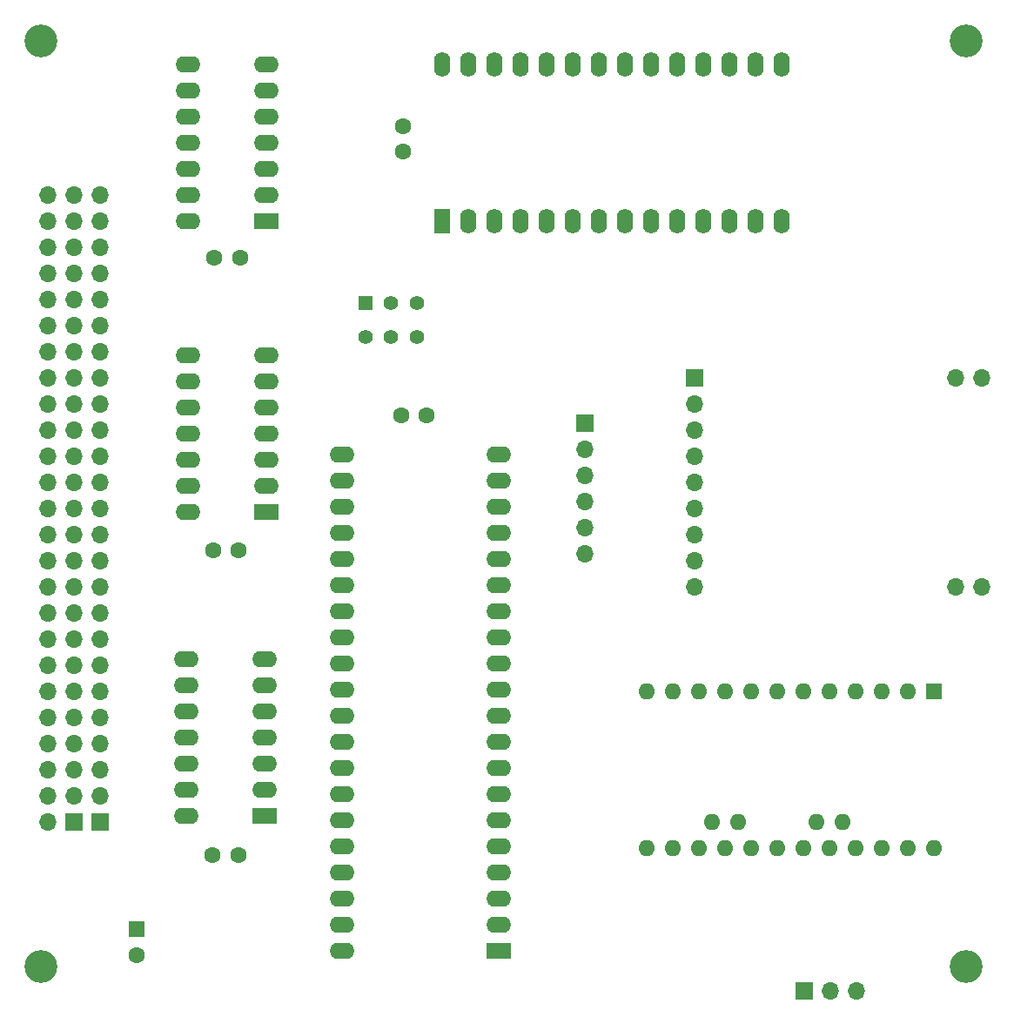
<source format=gbs>
G04 #@! TF.GenerationSoftware,KiCad,Pcbnew,(5.1.9)-1*
G04 #@! TF.CreationDate,2022-09-08T13:00:36+09:00*
G04 #@! TF.ProjectId,PC-8001_SD,50432d38-3030-4315-9f53-442e6b696361,rev?*
G04 #@! TF.SameCoordinates,PX53920b0PY93c3260*
G04 #@! TF.FileFunction,Soldermask,Bot*
G04 #@! TF.FilePolarity,Negative*
%FSLAX46Y46*%
G04 Gerber Fmt 4.6, Leading zero omitted, Abs format (unit mm)*
G04 Created by KiCad (PCBNEW (5.1.9)-1) date 2022-09-08 13:00:36*
%MOMM*%
%LPD*%
G01*
G04 APERTURE LIST*
%ADD10C,1.600000*%
%ADD11R,1.600000X2.400000*%
%ADD12O,1.600000X2.400000*%
%ADD13R,2.400000X1.600000*%
%ADD14O,2.400000X1.600000*%
%ADD15C,3.200000*%
%ADD16R,1.600000X1.600000*%
%ADD17R,1.700000X1.700000*%
%ADD18O,1.700000X1.700000*%
%ADD19O,1.600000X1.600000*%
%ADD20R,1.400000X1.400000*%
%ADD21C,1.400000*%
G04 APERTURE END LIST*
D10*
X40042000Y58522000D03*
X42542000Y58522000D03*
D11*
X44067000Y77486000D03*
D12*
X77087000Y92726000D03*
X46607000Y77486000D03*
X74547000Y92726000D03*
X49147000Y77486000D03*
X72007000Y92726000D03*
X51687000Y77486000D03*
X69467000Y92726000D03*
X54227000Y77486000D03*
X66927000Y92726000D03*
X56767000Y77486000D03*
X64387000Y92726000D03*
X59307000Y77486000D03*
X61847000Y92726000D03*
X61847000Y77486000D03*
X59307000Y92726000D03*
X64387000Y77486000D03*
X56767000Y92726000D03*
X66927000Y77486000D03*
X54227000Y92726000D03*
X69467000Y77486000D03*
X51687000Y92726000D03*
X72007000Y77486000D03*
X49147000Y92726000D03*
X74547000Y77486000D03*
X46607000Y92726000D03*
X77087000Y77486000D03*
X44067000Y92726000D03*
D13*
X49567000Y6452000D03*
D14*
X34327000Y54712000D03*
X49567000Y8992000D03*
X34327000Y52172000D03*
X49567000Y11532000D03*
X34327000Y49632000D03*
X49567000Y14072000D03*
X34327000Y47092000D03*
X49567000Y16612000D03*
X34327000Y44552000D03*
X49567000Y19152000D03*
X34327000Y42012000D03*
X49567000Y21692000D03*
X34327000Y39472000D03*
X49567000Y24232000D03*
X34327000Y36932000D03*
X49567000Y26772000D03*
X34327000Y34392000D03*
X49567000Y29312000D03*
X34327000Y31852000D03*
X49567000Y31852000D03*
X34327000Y29312000D03*
X49567000Y34392000D03*
X34327000Y26772000D03*
X49567000Y36932000D03*
X34327000Y24232000D03*
X49567000Y39472000D03*
X34327000Y21692000D03*
X49567000Y42012000D03*
X34327000Y19152000D03*
X49567000Y44552000D03*
X34327000Y16612000D03*
X49567000Y47092000D03*
X34327000Y14072000D03*
X49567000Y49632000D03*
X34327000Y11532000D03*
X49567000Y52172000D03*
X34327000Y8992000D03*
X49567000Y54712000D03*
X34327000Y6452000D03*
D10*
X40257000Y86711000D03*
X40257000Y84211000D03*
D15*
X5000000Y95000000D03*
X95000000Y95000000D03*
X95000000Y5000000D03*
X5000000Y5000000D03*
D16*
X14335000Y8570000D03*
D10*
X14335000Y6070000D03*
X24234000Y15774000D03*
X21734000Y15774000D03*
X21757000Y45403000D03*
X24257000Y45403000D03*
X24384000Y73914000D03*
X21884000Y73914000D03*
D14*
X19154000Y19584000D03*
X26774000Y34824000D03*
X19154000Y22124000D03*
X26774000Y32284000D03*
X19154000Y24664000D03*
X26774000Y29744000D03*
X19154000Y27204000D03*
X26774000Y27204000D03*
X19154000Y29744000D03*
X26774000Y24664000D03*
X19154000Y32284000D03*
X26774000Y22124000D03*
X19154000Y34824000D03*
D13*
X26774000Y19584000D03*
X26969000Y77474000D03*
D14*
X19349000Y92714000D03*
X26969000Y80014000D03*
X19349000Y90174000D03*
X26969000Y82554000D03*
X19349000Y87634000D03*
X26969000Y85094000D03*
X19349000Y85094000D03*
X26969000Y87634000D03*
X19349000Y82554000D03*
X26969000Y90174000D03*
X19349000Y80014000D03*
X26969000Y92714000D03*
X19349000Y77474000D03*
D17*
X8255000Y19050000D03*
D18*
X5715000Y19050000D03*
X8255000Y21590000D03*
X5715000Y21590000D03*
X8255000Y24130000D03*
X5715000Y24130000D03*
X8255000Y26670000D03*
X5715000Y26670000D03*
X8255000Y29210000D03*
X5715000Y29210000D03*
X8255000Y31750000D03*
X5715000Y31750000D03*
X8255000Y34290000D03*
X5715000Y34290000D03*
X8255000Y36830000D03*
X5715000Y36830000D03*
X8255000Y39370000D03*
X5715000Y39370000D03*
X8255000Y41910000D03*
X5715000Y41910000D03*
X8255000Y44450000D03*
X5715000Y44450000D03*
X8255000Y46990000D03*
X5715000Y46990000D03*
X8255000Y49530000D03*
X5715000Y49530000D03*
X8255000Y52070000D03*
X5715000Y52070000D03*
X8255000Y54610000D03*
X5715000Y54610000D03*
X8255000Y57150000D03*
X5715000Y57150000D03*
X8255000Y59690000D03*
X5715000Y59690000D03*
X8255000Y62230000D03*
X5715000Y62230000D03*
X8255000Y64770000D03*
X5715000Y64770000D03*
X8255000Y67310000D03*
X5715000Y67310000D03*
X8255000Y69850000D03*
X5715000Y69850000D03*
X8255000Y72390000D03*
X5715000Y72390000D03*
X8255000Y74930000D03*
X5715000Y74930000D03*
X8255000Y77470000D03*
X5715000Y77470000D03*
X8255000Y80010000D03*
X5715000Y80010000D03*
D17*
X10795000Y19050000D03*
D18*
X10795000Y21590000D03*
X10795000Y24130000D03*
X10795000Y26670000D03*
X10795000Y29210000D03*
X10795000Y31750000D03*
X10795000Y34290000D03*
X10795000Y36830000D03*
X10795000Y39370000D03*
X10795000Y41910000D03*
X10795000Y44450000D03*
X10795000Y46990000D03*
X10795000Y49530000D03*
X10795000Y52070000D03*
X10795000Y54610000D03*
X10795000Y57150000D03*
X10795000Y59690000D03*
X10795000Y62230000D03*
X10795000Y64770000D03*
X10795000Y67310000D03*
X10795000Y69850000D03*
X10795000Y72390000D03*
X10795000Y74930000D03*
X10795000Y77470000D03*
X10795000Y80010000D03*
D17*
X79248000Y2604000D03*
D18*
X81788000Y2604000D03*
X84328000Y2604000D03*
D13*
X26924000Y49149000D03*
D14*
X19304000Y64389000D03*
X26924000Y51689000D03*
X19304000Y61849000D03*
X26924000Y54229000D03*
X19304000Y59309000D03*
X26924000Y56769000D03*
X19304000Y56769000D03*
X26924000Y59309000D03*
X19304000Y54229000D03*
X26924000Y61849000D03*
X19304000Y51689000D03*
X26924000Y64389000D03*
X19304000Y49149000D03*
D17*
X68580000Y62230000D03*
D18*
X68580000Y59690000D03*
X68580000Y57150000D03*
X68580000Y54610000D03*
X68580000Y52070000D03*
X68580000Y49530000D03*
X68580000Y46990000D03*
X68580000Y44450000D03*
X68580000Y41910000D03*
X96520000Y41910000D03*
X93980000Y41910000D03*
X96520000Y62230000D03*
X93980000Y62230000D03*
D16*
X91935000Y31710000D03*
D19*
X89395000Y31710000D03*
X86855000Y31710000D03*
X63995000Y16470000D03*
X84315000Y31710000D03*
X66535000Y16470000D03*
X81775000Y31710000D03*
X69075000Y16470000D03*
X79235000Y31710000D03*
X71615000Y16470000D03*
X76695000Y31710000D03*
X74155000Y16470000D03*
X74155000Y31710000D03*
X76695000Y16470000D03*
X71615000Y31710000D03*
X79235000Y16470000D03*
X69075000Y31710000D03*
X81775000Y16470000D03*
X66535000Y31710000D03*
X84315000Y16470000D03*
X63995000Y31710000D03*
X86855000Y16470000D03*
X89395000Y16470000D03*
X91935000Y16470000D03*
X83045000Y19010000D03*
X80505000Y19010000D03*
X72885000Y19010000D03*
X70345000Y19010000D03*
D17*
X57912000Y57785000D03*
D18*
X57912000Y55245000D03*
X57912000Y52705000D03*
X57912000Y50165000D03*
X57912000Y47625000D03*
X57912000Y45085000D03*
D20*
X36576000Y69469000D03*
D21*
X39076000Y69469000D03*
X41576000Y69469000D03*
X36576000Y66169000D03*
X39076000Y66169000D03*
X41576000Y66169000D03*
M02*

</source>
